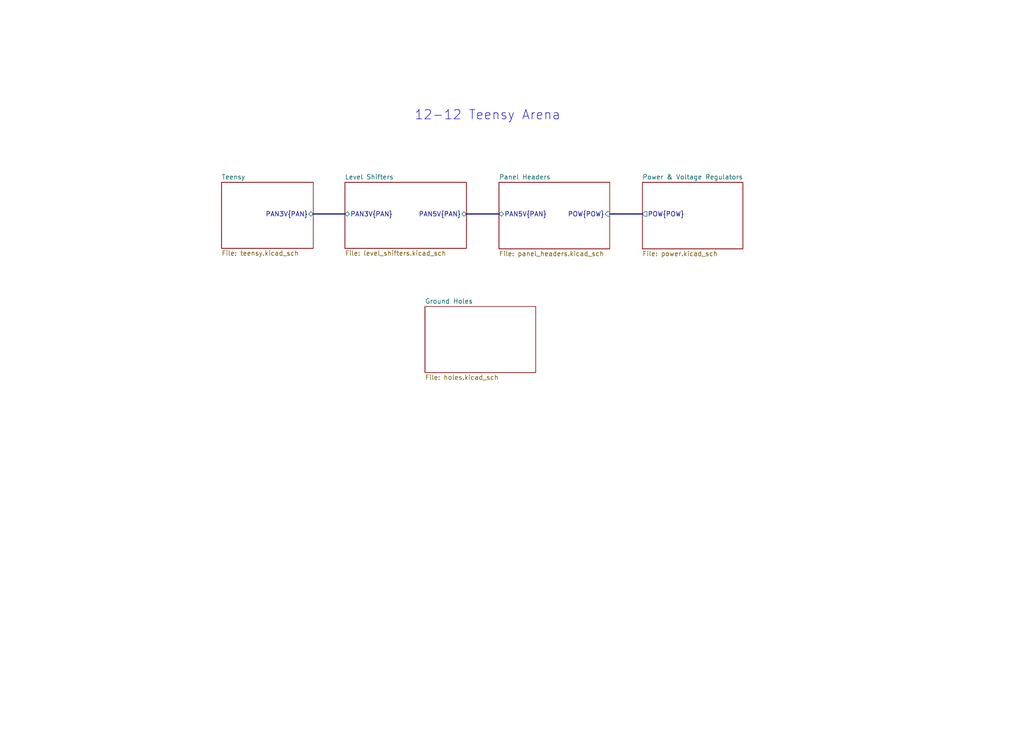
<source format=kicad_sch>
(kicad_sch (version 20230121) (generator eeschema)
  (paper "User" 279.4 203.2)
  (title_block (date "11 jun 2015"))
  (lib_symbols)
  (bus_alias "POW" (members "5V_HDR_1" "5V_HDR_2" "5V_HDR_3" "5V_HDR_4" "5V_HDR_5" "5V_HDR_6" "5V_HDR_7" "5V_HDR_8" "5V_HDR_9" "5V_HDR_10" "5V_HDR_11" "5V_HDR_12"))
  (bus (pts (xy 127.254 58.42) (xy 136.144 58.42)))
  (bus (pts (xy 85.471 58.42) (xy 94.107 58.42)))
  (bus (pts (xy 166.37 58.42) (xy 175.26 58.42)))
  (text "12-12 Teensy Arena" (at 113.03 33.02 0) (effects (font (size 2.54 2.54)) (justify left bottom)))
  (sheet (at 94.107 49.784) (size 33.147 18.034) (stroke (width 0.1524))
    (property "Sheetname" "Level Shifters" (at 94.107 49.0724 0) (effects (justify left bottom)))
    (property "Sheetfile" "level_shifters.kicad_sch" (at 94.107 68.4026 0) (effects (justify left top)))
    (pin "PAN5V{PAN}" bidirectional (at 127.254 58.42 0))
    (pin "PAN3V{PAN}" bidirectional (at 94.107 58.42 180))
  )
  (sheet (at 175.26 49.784) (size 27.432 18.161) (stroke (width 0.1524))
    (property "Sheetname" "Power & Voltage Regulators" (at 175.26 49.0724 0) (effects (justify left bottom)))
    (property "Sheetfile" "power.kicad_sch" (at 175.26 68.5296 0) (effects (justify left top)))
    (pin "POW{POW}" output (at 175.26 58.42 180))
  )
  (sheet (at 115.951 83.693) (size 30.226 18.034) (stroke (width 0.1524))
    (property "Sheetname" "Ground Holes" (at 115.951 82.9814 0) (effects (justify left bottom)))
    (property "Sheetfile" "holes.kicad_sch" (at 115.951 102.3116 0) (effects (justify left top)))
  )
  (sheet (at 60.452 49.784) (size 25.019 18.034) (stroke (width 0.1524))
    (property "Sheetname" "Teensy" (at 60.452 49.0724 0) (effects (justify left bottom)))
    (property "Sheetfile" "teensy.kicad_sch" (at 60.452 68.4026 0) (effects (justify left top)))
    (pin "PAN3V{PAN}" bidirectional (at 85.471 58.42 0))
  )
  (sheet (at 136.144 49.784) (size 30.226 18.161) (stroke (width 0.1524))
    (property "Sheetname" "Panel Headers" (at 136.144 49.0724 0) (effects (justify left bottom)))
    (property "Sheetfile" "panel_headers.kicad_sch" (at 136.144 68.5296 0) (effects (justify left top)))
    (pin "PAN5V{PAN}" bidirectional (at 136.144 58.42 180))
    (pin "POW{POW}" input (at 166.37 58.42 0))
  )
)
</source>
